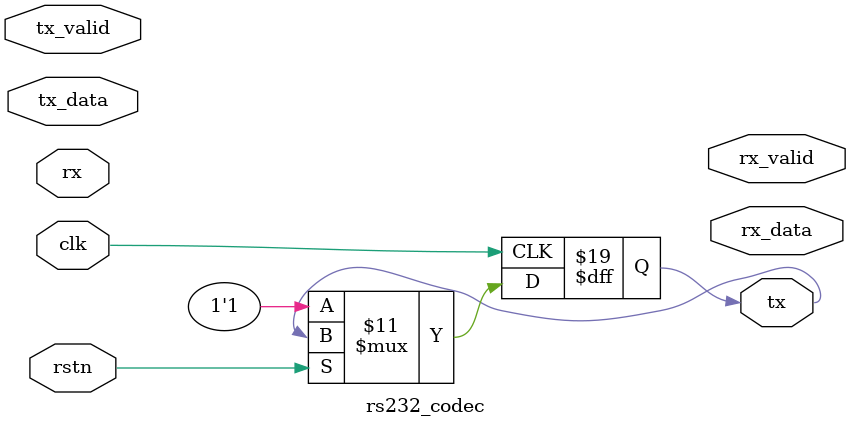
<source format=sv>
module rs232_codec #(
    parameter CLK_FREQ = 50000000,
    parameter BAUD_RATE = 115200
) (
    input wire clk, rstn,
    input wire rx, tx_valid,
    input wire [7:0] tx_data,
    output reg tx, rx_valid,
    output reg [7:0] rx_data
);
    localparam CLKS_PER_BIT = CLK_FREQ / BAUD_RATE;
    localparam IDLE = 2'b00, START = 2'b01, DATA = 2'b10, STOP = 2'b11;
    
    reg [1:0] tx_state, rx_state;
    reg [$clog2(CLKS_PER_BIT)-1:0] tx_clk_count, rx_clk_count;
    reg [2:0] tx_bit_idx, rx_bit_idx;
    reg [7:0] tx_shift_reg, rx_shift_reg;
    reg rx_d1, rx_d2; // Double-flop synchronizer
    
    // Synchronize RX input
    always @(posedge clk) begin
        if (!rstn) begin rx_d1 <= 1'b1; rx_d2 <= 1'b1; end
        else begin rx_d1 <= rx; rx_d2 <= rx_d1; end
    end
    
    // TX state machine
    always @(posedge clk) begin
        if (!rstn) begin
            tx_state <= IDLE; tx <= 1'b1; // Idle high
            tx_clk_count <= 0; tx_bit_idx <= 0;
        end else begin
            // State machine implementation
        end
    end
    
    // RX state machine would be implemented similarly
endmodule
</source>
